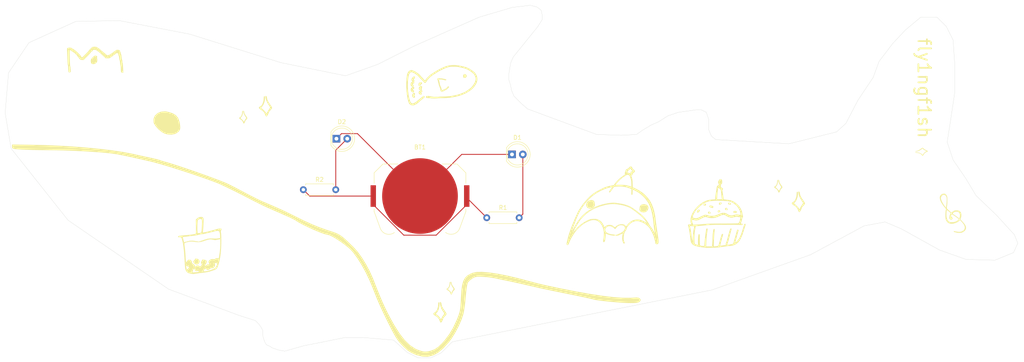
<source format=kicad_pcb>
(kicad_pcb (version 20241229) (generator "pcbnew") (generator_version "9.0")
  (layers (0 "F.Cu" signal) (2 "B.Cu" signal) (13 "F.Paste" user) (15 "B.Paste" user) (5 "F.SilkS" user "F.Silkscreen") (7 "B.SilkS" user "B.Silkscreen") (1 "F.Mask" user) (3 "B.Mask" user) (25 "Edge.Cuts" user))
  (net 0 "")
  (net 1 "Net-(BT1-+)")
  (net 2 "Net-(BT1--)")
  (net 3 "Net-(D1-A)")
  (net 4 "Net-(D2-A)")
  (footprint "Resistor_THT:R_Axial_DIN0207_L6.3mm_D2.5mm_P7.62mm_Horizontal" (layer "F.Cu") (at 140.19 113.8)
    (property "Reference" "R1" (at 3.81 -2.37 0) (layer "F.SilkS"))
    (property "Value" "R")
    (pad "1" thru_hole circle (at 0 0) (size 1.6 1.6) (drill 0.8) (layers "*.Cu" "*.Mask") (net 1 "Net-(BT1-+)"))
    (pad "2" thru_hole circle (at 7.62 0) (size 1.6 1.6) (drill 0.8) (layers "*.Cu" "*.Mask") (net 3 "Net-(D1-A)"))
  )
  (footprint "LOGO" (layer "F.Cu") (at 73.5 120.25)
    (property "Reference" "G***" (hide yes))
    (property "Value" "LOGO" (hide yes))
  )
  (footprint "LOGO" (layer "F.Cu") (at 88.25 87.75)
    (property "Reference" "G***" (hide yes))
    (property "Value" "LOGO" (hide yes))
  )
  (footprint "LOGO" (layer "F.Cu") (at 48.5 76.5)
    (property "Reference" "G***" (hide yes))
    (property "Value" "LOGO" (hide yes))
  )
  (footprint "Resistor_THT:R_Axial_DIN0207_L6.3mm_D2.5mm_P7.62mm_Horizontal" (layer "F.Cu") (at 97.08 107.2)
    (property "Reference" "R2" (at 3.81 -2.37 0) (layer "F.SilkS"))
    (property "Value" "R")
    (pad "1" thru_hole circle (at 0 0) (size 1.6 1.6) (drill 0.8) (layers "*.Cu" "*.Mask") (net 1 "Net-(BT1-+)"))
    (pad "2" thru_hole circle (at 7.62 0) (size 1.6 1.6) (drill 0.8) (layers "*.Cu" "*.Mask") (net 4 "Net-(D2-A)"))
  )
  (footprint "LOGO" (layer "F.Cu") (at 83 90.25)
    (property "Reference" "G***" (hide yes))
    (property "Value" "LOGO" (hide yes))
  )
  (footprint "LOGO" (layer "F.Cu") (at 131.75 130.5)
    (property "Reference" "G***" (hide yes))
    (property "Value" "LOGO" (hide yes))
  )
  (footprint "LOGO" (layer "F.Cu") (at 129.5 82)
    (property "Reference" "G***" (hide yes))
    (property "Value" "LOGO" (hide yes))
  )
  (footprint "LOGO" (layer "F.Cu") (at 208.75 106.5)
    (property "Reference" "G***" (hide yes))
    (property "Value" "LOGO" (hide yes))
  )
  (footprint "LOGO" (layer "F.Cu") (at 170 111)
    (property "Reference" "G***" (hide yes))
    (property "Value" "LOGO" (hide yes))
  )
  (footprint "Battery:BatteryHolder_Keystone_3034_1x20mm" (layer "F.Cu") (at 124.5 108.7)
    (property "Reference" "BT1" (at 0 -11.5 0) (layer "F.SilkS"))
    (property "Value" "Battery_Cell")
    (pad "1" smd rect (at -10.985 0) (size 1.27 5.08) (layers "F.Cu" "F.Mask" "F.Paste") (net 1 "Net-(BT1-+)"))
    (pad "1" smd rect (at 10.985 0) (size 1.27 5.08) (layers "F.Cu" "F.Mask" "F.Paste") (net 1 "Net-(BT1-+)"))
    (pad "2" smd circle (at 0 0) (size 17.8 17.8) (layers "F.Cu" "F.Mask") (net 2 "Net-(BT1--)"))
  )
  (footprint "LED_THT:LED_D5.0mm" (layer "F.Cu") (at 146.125 98.9)
    (property "Reference" "D1" (at 1.27 -3.96 0) (layer "F.SilkS"))
    (property "Value" "LED")
    (pad "1" thru_hole rect (at 0 0) (size 1.8 1.8) (drill 0.9) (layers "*.Cu" "*.Mask") (net 2 "Net-(BT1--)"))
    (pad "2" thru_hole circle (at 2.54 0) (size 1.8 1.8) (drill 0.9) (layers "*.Cu" "*.Mask") (net 3 "Net-(D1-A)"))
  )
  (footprint "LOGO" (layer "F.Cu") (at 242.5 98.25 90)
    (property "Reference" "G***" (hide yes))
    (property "Value" "LOGO" (hide yes))
  )
  (footprint "LOGO" (layer "F.Cu") (at 213.5 110.25)
    (property "Reference" "G***" (hide yes))
    (property "Value" "LOGO" (hide yes))
  )
  (footprint "LOGO" (layer "F.Cu") (at 250.191619 112.888583)
    (property "Reference" "G***" (hide yes))
    (property "Value" "LOGO" (hide yes))
  )
  (footprint "LOGO" (layer "F.Cu") (at 129.25 136.25)
    (property "Reference" "G***" (hide yes))
    (property "Value" "LOGO" (hide yes))
  )
  (footprint "LOGO" (layer "F.Cu") (at 195 112.75)
    (property "Reference" "G***" (hide yes))
    (property "Value" "LOGO" (hide yes))
  )
  (footprint "LOGO" (layer "F.Cu") (at 129.25 136.25)
    (property "Reference" "G***" (hide yes))
    (property "Value" "LOGO" (hide yes))
  )
  (footprint "LED_THT:LED_D5.0mm" (layer "F.Cu") (at 104.86 95.2)
    (property "Reference" "D2" (at 1.27 -3.96 0) (layer "F.SilkS"))
    (property "Value" "LED")
    (pad "1" thru_hole rect (at 0 0) (size 1.8 1.8) (drill 0.9) (layers "*.Cu" "*.Mask") (net 2 "Net-(BT1--)"))
    (pad "2" thru_hole circle (at 2.54 0) (size 1.8 1.8) (drill 0.9) (layers "*.Cu" "*.Mask") (net 4 "Net-(D2-A)"))
  )
  (footprint "LOGO" (layer "F.Cu") (at 106 116.2)
    (property "Reference" "G***" (hide yes))
    (property "Value" "LOGO" (hide yes))
  )
  (gr_poly (pts (xy 231 80.8) (xy 232.4 77) (xy 235.6 72.8) (xy 238.6 69.6) (xy 242.2 66.6) (xy 246 66.6) (xy 248.2 68.8) (xy 249.8 72) (xy 250.2 78) (xy 250.2 84.2) (xy 249 92.2) (xy 248.4 96) (xy 249.8 100.2) (xy 252.8 104.6) (xy 255.2 108.6) (xy 260 113.2) (xy 264.2 117.8) (xy 265 119.8) (xy 264 122) (xy 259.6 123.8) (xy 252.8 123.6) (xy 246.6 121.4) (xy 237.6 116.4) (xy 233.8 114.8) (xy 228.9 115.7) (xy 216.3 122.5) (xy 193.1 130.8) (xy 132.1 143) (xy 129.5 145.6) (xy 127 146.8) (xy 124.1 146.8) (xy 121.5 145.5) (xy 118.3 142.6) (xy 111.2 142) (xy 106.8 142) (xy 100.9 143.2) (xy 97.3 143.9) (xy 92.7 145.2) (xy 91.1 144.9) (xy 89.7 144.4) (xy 89.3 144.1) (xy 88.4 143.7) (xy 88 143) (xy 87.6 141.8) (xy 87.5 140.2) (xy 87.1 139.5) (xy 86.6 138.8) (xy 85.8 138) (xy 82 136.8) (xy 65.4 130.6) (xy 41.8 114.4) (xy 28.4 97.5) (xy 27 89.1) (xy 27.8 79.7) (xy 32.6 72.6) (xy 43.6 67.6) (xy 53.8 67.4) (xy 70.4 70.6) (xy 91.8 77.3) (xy 107 80.4) (xy 114.6 77.7) (xy 123.1 73.4) (xy 138.4 66.6) (xy 146.2 64.3) (xy 150.4 63.8) (xy 152 64.2) (xy 153 65) (xy 153.2 66) (xy 153.2 67.2) (xy 152.2 68.8) (xy 146.4 76) (xy 145.8 77.4) (xy 145.4 79.8) (xy 145.4 81.4) (xy 145.8 82.6) (xy 146 83.8) (xy 146.6 85.2) (xy 148.4 87) (xy 149.8 88.2) (xy 166 94.2) (xy 171.8 94.4) (xy 175.4 94.2) (xy 176.8 93.2) (xy 178.8 92) (xy 180.6 91.2) (xy 182.8 89.8) (xy 185.2 89) (xy 189.4 88.4) (xy 190.6 88.4) (xy 191.8 89) (xy 192.4 90.8) (xy 192.4 93.2) (xy 193 94.6) (xy 194 95.4) (xy 211.2 96.4) (xy 222.4 93.6) (xy 224.6 91.6) (xy 227.4 86.2)) (stroke (width 0.05)) (fill no) (layer "Edge.Cuts"))
  (gr_text "fly1ngf1sh" (at 241.25 71.25 270) (layer "F.SilkS") (effects (font (size 3 3) (thickness 0.4)) (justify left bottom)))
  (segment (start 113.515 110.727179) (end 120.688821 117.901) (width 0.2) (layer "F.Cu") (net 1))
  (segment (start 113.515 108.7) (end 113.515 110.727179) (width 0.2) (layer "F.Cu") (net 1))
  (segment (start 135.485 109.095) (end 140.19 113.8) (width 0.2) (layer "F.Cu") (net 1))
  (segment (start 97.08 107.2) (end 98.58 108.7) (width 0.2) (layer "F.Cu") (net 1))
  (segment (start 135.485 110.727179) (end 135.485 108.7) (width 0.2) (layer "F.Cu") (net 1))
  (segment (start 128.311179 117.901) (end 135.485 110.727179) (width 0.2) (layer "F.Cu") (net 1))
  (segment (start 120.688821 117.901) (end 128.311179 117.901) (width 0.2) (layer "F.Cu") (net 1))
  (segment (start 98.58 108.7) (end 113.515 108.7) (width 0.2) (layer "F.Cu") (net 1))
  (segment (start 135.485 108.7) (end 135.485 109.095) (width 0.2) (layer "F.Cu") (net 1))
  (segment (start 104.86 95.2) (end 106.061 93.999) (width 0.2) (layer "F.Cu") (net 2))
  (segment (start 109.799 93.999) (end 124.5 108.7) (width 0.2) (layer "F.Cu") (net 2))
  (segment (start 146.125 98.9) (end 134.3 98.9) (width 0.2) (layer "F.Cu") (net 2))
  (segment (start 134.3 98.9) (end 124.5 108.7) (width 0.2) (layer "F.Cu") (net 2))
  (segment (start 106.061 93.999) (end 109.799 93.999) (width 0.2) (layer "F.Cu") (net 2))
  (segment (start 148.665 112.945) (end 147.81 113.8) (width 0.2) (layer "F.Cu") (net 3))
  (segment (start 148.665 98.9) (end 148.665 112.945) (width 0.2) (layer "F.Cu") (net 3))
  (segment (start 104.7 107.2) (end 104.7 97.9) (width 0.2) (layer "F.Cu") (net 4))
  (segment (start 104.7 97.9) (end 107.4 95.2) (width 0.2) (layer "F.Cu") (net 4))
)
</source>
